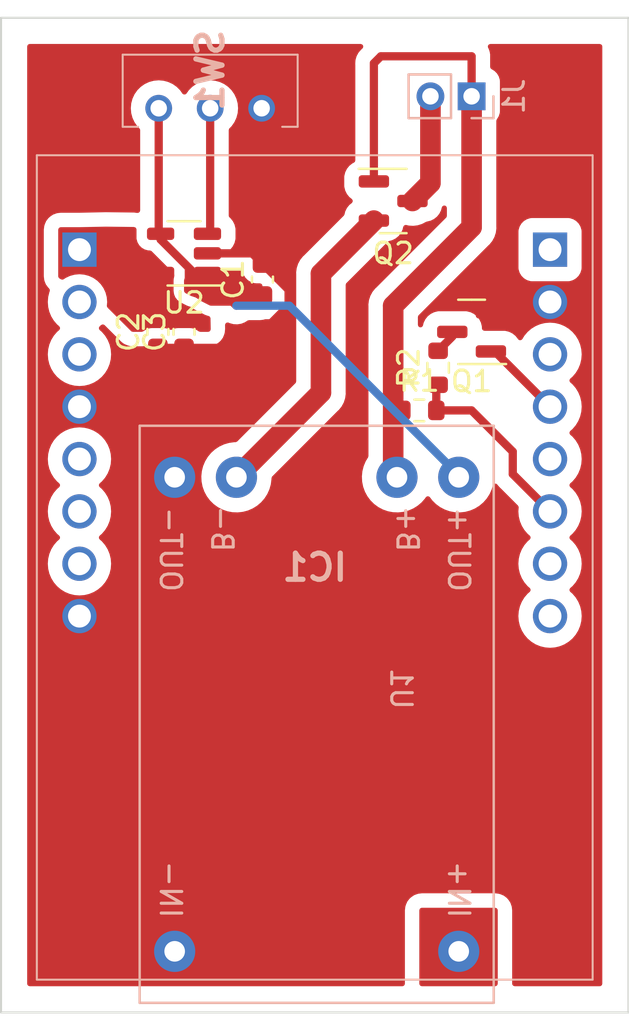
<source format=kicad_pcb>
(kicad_pcb (version 20211014) (generator pcbnew)
  (layers (0 "F.Cu" signal) (31 "B.Cu" signal) (34 "B.Paste" user) (35 "F.Paste" user) (36 "B.SilkS" user "B.Silkscreen") (37 "F.SilkS" user "F.Silkscreen") (38 "B.Mask" user) (39 "F.Mask" user) (44 "Edge.Cuts" user))
  (net 0 "")
  (net 1 "Net-(C1-Pad1)")
  (net 2 "GND")
  (net 3 "+3V3")
  (net 6 "ADC")
  (net 8 "BAT_MONITOR")
  (net 15 "Net-(Q1-Pad3)")
  (net 16 "LiPo+")
  (net 17 "Net-(J1-Pad2)")
  (net 18 "LiPo-")
  (net 21 "+5V")
  (net 22 "Net-(SW1-Pad2)")
  (footprint "Package_TO_SOT_SMD:SOT-23-5" (layer "F.Cu") (at 157.48 58.42 180)
    (fp_text reference "U2" (at 0 -2.4) (layer "F.SilkS"))
    (fp_text value "XC6503D331MR-G")
    (fp_line (start 0 -1.56) (end 0.8 -1.56) (layer "F.SilkS") (width 0.12))
    (fp_line (start 0 1.56) (end -0.8 1.56) (layer "F.SilkS") (width 0.12))
    (fp_line (start 0 -1.56) (end -1.8 -1.56) (layer "F.SilkS") (width 0.12))
    (fp_line (start 0 1.56) (end 0.8 1.56) (layer "F.SilkS") (width 0.12))
    (pad "1" smd roundrect (at -1.1375 -0.95 180) (size 1.325 0.6) (layers "F.Cu" "F.Paste" "F.Mask") (net 1 "Net-(C1-Pad1)"))
    (pad "2" smd roundrect (at -1.1375 0 180) (size 1.325 0.6) (layers "F.Cu" "F.Paste" "F.Mask") (net 2 "GND"))
    (pad "3" smd roundrect (at -1.1375 0.95 180) (size 1.325 0.6) (layers "F.Cu" "F.Paste" "F.Mask") (net 22 "Net-(SW1-Pad2)"))
    (pad "4" smd roundrect (at 1.1375 0.95 180) (size 1.325 0.6) (layers "F.Cu" "F.Paste" "F.Mask"))
    (pad "5" smd roundrect (at 1.1375 -0.95 180) (size 1.325 0.6) (layers "F.Cu" "F.Paste" "F.Mask") (net 3 "+3V3"))
  )
  (footprint "Resistor_SMD:R_0603_1608Metric" (layer "F.Cu") (at 169.823155 63.97217 90)
    (fp_text reference "R2" (at 0 -1.43 90) (layer "F.SilkS"))
    (fp_text value "10k")
    (fp_line (start -0.237258 -0.5225) (end 0.237258 -0.5225) (layer "F.SilkS") (width 0.12))
    (fp_line (start -0.237258 0.5225) (end 0.237258 0.5225) (layer "F.SilkS") (width 0.12))
    (pad "1" smd roundrect (at -0.825 0 90) (size 0.8 0.95) (layers "F.Cu" "F.Paste" "F.Mask") (net 6 "ADC"))
    (pad "2" smd roundrect (at 0.825 0 90) (size 0.8 0.95) (layers "F.Cu" "F.Paste" "F.Mask") (net 15 "Net-(Q1-Pad3)"))
  )
  (footprint "Capacitor_SMD:C_0603_1608Metric" (layer "F.Cu") (at 161.29 59.69 90)
    (fp_text reference "C1" (at 0 -1.43 90) (layer "F.SilkS"))
    (fp_text value "100n")
    (fp_line (start -0.14058 0.51) (end 0.14058 0.51) (layer "F.SilkS") (width 0.12))
    (fp_line (start -0.14058 -0.51) (end 0.14058 -0.51) (layer "F.SilkS") (width 0.12))
    (pad "1" smd roundrect (at -0.775 0 90) (size 0.9 0.95) (layers "F.Cu" "F.Paste" "F.Mask") (net 1 "Net-(C1-Pad1)"))
    (pad "2" smd roundrect (at 0.775 0 90) (size 0.9 0.95) (layers "F.Cu" "F.Paste" "F.Mask") (net 2 "GND"))
  )
  (footprint "Capacitor_SMD:C_0603_1608Metric" (layer "F.Cu") (at 156.21 62.23 90)
    (fp_text reference "C2" (at 0 -1.43 90) (layer "F.SilkS"))
    (fp_text value "100n")
    (fp_line (start -0.14058 -0.51) (end 0.14058 -0.51) (layer "F.SilkS") (width 0.12))
    (fp_line (start -0.14058 0.51) (end 0.14058 0.51) (layer "F.SilkS") (width 0.12))
    (pad "1" smd roundrect (at -0.775 0 90) (size 0.9 0.95) (layers "F.Cu" "F.Paste" "F.Mask") (net 2 "GND"))
    (pad "2" smd roundrect (at 0.775 0 90) (size 0.9 0.95) (layers "F.Cu" "F.Paste" "F.Mask") (net 3 "+3V3"))
  )
  (footprint "Package_TO_SOT_SMD:SOT-23" (layer "F.Cu") (at 171.45 62.23 180)
    (fp_text reference "Q1" (at 0 -2.4) (layer "F.SilkS"))
    (fp_text value "2N7002")
    (fp_line (start 0 1.56) (end 0.65 1.56) (layer "F.SilkS") (width 0.12))
    (fp_line (start 0 1.56) (end -0.65 1.56) (layer "F.SilkS") (width 0.12))
    (fp_line (start 0 -1.56) (end 0.65 -1.56) (layer "F.SilkS") (width 0.12))
    (fp_line (start 0 -1.56) (end -1.675 -1.56) (layer "F.SilkS") (width 0.12))
    (pad "1" smd roundrect (at -0.9375 -0.95 180) (size 1.475 0.6) (layers "F.Cu" "F.Paste" "F.Mask") (net 8 "BAT_MONITOR"))
    (pad "2" smd roundrect (at -0.9375 0.95 180) (size 1.475 0.6) (layers "F.Cu" "F.Paste" "F.Mask") (net 2 "GND"))
    (pad "3" smd roundrect (at 0.9375 0 180) (size 1.475 0.6) (layers "F.Cu" "F.Paste" "F.Mask") (net 15 "Net-(Q1-Pad3)"))
  )
  (footprint "Resistor_SMD:R_0603_1608Metric" (layer "F.Cu") (at 168.91 66.04)
    (fp_text reference "R1" (at 0 -1.43) (layer "F.SilkS"))
    (fp_text value "10k")
    (fp_line (start -0.237258 -0.5225) (end 0.237258 -0.5225) (layer "F.SilkS") (width 0.12))
    (fp_line (start -0.237258 0.5225) (end 0.237258 0.5225) (layer "F.SilkS") (width 0.12))
    (pad "1" smd roundrect (at -0.825 0) (size 0.8 0.95) (layers "F.Cu" "F.Paste" "F.Mask") (net 16 "LiPo+"))
    (pad "2" smd roundrect (at 0.825 0) (size 0.8 0.95) (layers "F.Cu" "F.Paste" "F.Mask") (net 6 "ADC"))
  )
  (footprint "Capacitor_SMD:C_0603_1608Metric" (layer "F.Cu") (at 157.48 62.23 90)
    (fp_text reference "C3" (at 0 -1.43 90) (layer "F.SilkS"))
    (fp_text value "1u")
    (fp_line (start -0.14058 0.51) (end 0.14058 0.51) (layer "F.SilkS") (width 0.12))
    (fp_line (start -0.14058 -0.51) (end 0.14058 -0.51) (layer "F.SilkS") (width 0.12))
    (pad "1" smd roundrect (at -0.775 0 90) (size 0.9 0.95) (layers "F.Cu" "F.Paste" "F.Mask") (net 2 "GND"))
    (pad "2" smd roundrect (at 0.775 0 90) (size 0.9 0.95) (layers "F.Cu" "F.Paste" "F.Mask") (net 3 "+3V3"))
  )
  (footprint "Package_TO_SOT_SMD:SOT-23" (layer "F.Cu") (at 167.64 55.88)
    (fp_text reference "Q2" (at 0 2.54) (layer "F.SilkS"))
    (fp_text value "IRLML0030")
    (fp_line (start 0 -1.56) (end 0.65 -1.56) (layer "F.SilkS") (width 0.12))
    (fp_line (start 0 -1.56) (end -1.675 -1.56) (layer "F.SilkS") (width 0.12))
    (fp_line (start 0 1.56) (end 0.65 1.56) (layer "F.SilkS") (width 0.12))
    (fp_line (start 0 1.56) (end -0.65 1.56) (layer "F.SilkS") (width 0.12))
    (pad "1" smd roundrect (at -0.9375 -0.95) (size 1.475 0.6) (layers "F.Cu" "F.Paste" "F.Mask") (net 16 "LiPo+"))
    (pad "2" smd roundrect (at -0.9375 0.95) (size 1.475 0.6) (layers "F.Cu" "F.Paste" "F.Mask") (net 18 "LiPo-"))
    (pad "3" smd roundrect (at 0.9375 0) (size 1.475 0.6) (layers "F.Cu" "F.Paste" "F.Mask") (net 17 "Net-(J1-Pad2)"))
  )
  (footprint "EG1270:EG1270" (layer "B.Cu") (at 161.25 51.38 -90)
    (fp_text reference "SW1" (at -1.85 2.5 90) (layer "B.SilkS") (effects (font (size 1.27 1.27) (thickness 0.254)) (justify mirror)))
    (fp_text value "SW_SPDT" hide)
    (fp_line (start 0.9 -1) (end 0.9 -1.75) (layer "B.SilkS") (width 0.1))
    (fp_line (start -2.6 6.75) (end 0.9 6.75) (layer "B.SilkS") (width 0.1))
    (fp_line (start 0.9 6.75) (end 0.9 6) (layer "B.SilkS") (width 0.1))
    (fp_line (start 0.9 -1.75) (end -2.6 -1.75) (layer "B.SilkS") (width 0.1))
    (fp_line (start -2.6 -1.75) (end -2.6 6.75) (layer "B.SilkS") (width 0.1))
    (pad "1" thru_hole circle locked (at 0 0 270) (size 1.3 1.3) (drill 0.8) (layers *.Cu *.Mask) (net 2 "GND"))
    (pad "2" thru_hole circle locked (at 0 2.5 270) (size 1.3 1.3) (drill 0.8) (layers *.Cu *.Mask) (net 22 "Net-(SW1-Pad2)"))
    (pad "3" thru_hole circle locked (at 0 5 270) (size 1.3 1.3) (drill 0.8) (layers *.Cu *.Mask) (net 1 "Net-(C1-Pad1)"))
  )
  (footprint "ESP32CAM:ESP32CAM" (layer "B.Cu") (at 175.26 76.02 180)
    (fp_text reference "IC1" (at 11.43 2.36) (layer "B.SilkS") (effects (font (size 1.27 1.27) (thickness 0.254)) (justify mirror)))
    (fp_text value "ESP32-CAM" hide)
    (fp_line (start -2.07 22.36) (end -2.07 -17.64) (layer "B.SilkS") (width 0.1))
    (fp_line (start 24.93 22.36) (end -2.07 22.36) (layer "B.SilkS") (width 0.1))
    (fp_line (start 24.93 -17.64) (end 24.93 22.36) (layer "B.SilkS") (width 0.1))
    (fp_line (start -2.07 -17.64) (end 24.93 -17.64) (layer "B.SilkS") (width 0.1))
    (pad "1" thru_hole circle (at 0 0 180) (size 1.665 1.665) (drill 1.11) (layers *.Cu *.Mask))
    (pad "2" thru_hole circle (at 0 2.54 180) (size 1.665 1.665) (drill 1.11) (layers *.Cu *.Mask))
    (pad "3" thru_hole circle (at 0 5.08 180) (size 1.665 1.665) (drill 1.11) (layers *.Cu *.Mask) (net 6 "ADC"))
    (pad "4" thru_hole circle (at 0 7.62 180) (size 1.665 1.665) (drill 1.11) (layers *.Cu *.Mask))
    (pad "5" thru_hole circle (at 0 10.16 180) (size 1.665 1.665) (drill 1.11) (layers *.Cu *.Mask) (net 8 "BAT_MONITOR"))
    (pad "6" thru_hole circle (at 0 12.7 180) (size 1.665 1.665) (drill 1.11) (layers *.Cu *.Mask))
    (pad "7" thru_hole circle (at 0 15.24 180) (size 1.665 1.665) (drill 1.11) (layers *.Cu *.Mask) (net 2 "GND"))
    (pad "8" thru_hole rect (at 0 17.78 180) (size 1.665 1.665) (drill 1.11) (layers *.Cu *.Mask))
    (pad "9" thru_hole rect (at 22.86 17.78 180) (size 1.665 1.665) (drill 1.11) (layers *.Cu *.Mask) (net 3 "+3V3"))
    (pad "10" thru_hole circle (at 22.86 15.24 180) (size 1.665 1.665) (drill 1.11) (layers *.Cu *.Mask))
    (pad "11" thru_hole circle (at 22.86 12.7 180) (size 1.665 1.665) (drill 1.11) (layers *.Cu *.Mask))
    (pad "12" thru_hole circle (at 22.86 10.16 180) (size 1.665 1.665) (drill 1.11) (layers *.Cu *.Mask) (net 2 "GND"))
    (pad "13" thru_hole circle (at 22.86 7.62 180) (size 1.665 1.665) (drill 1.11) (layers *.Cu *.Mask))
    (pad "14" thru_hole circle (at 22.86 5.08 180) (size 1.665 1.665) (drill 1.11) (layers *.Cu *.Mask))
    (pad "15" thru_hole circle (at 22.86 2.54 180) (size 1.665 1.665) (drill 1.11) (layers *.Cu *.Mask))
    (pad "16" thru_hole circle (at 22.86 0 180) (size 1.665 1.665) (drill 1.11) (layers *.Cu *.Mask) (net 2 "GND"))
  )
  (footprint "TP4056-Module:TP4056-Module" (layer "B.Cu") (at 155.325 94.785 90)
    (fp_text reference "U1" (at 15.24 12.7 270 unlocked) (layer "B.SilkS") (effects (justify mirror)))
    (fp_text value "TP4056-Module")
    (fp_text user "B+" (at 23 13 270 unlocked) (layer "B.SilkS") (effects (justify mirror)))
    (fp_text user "IN+" (at 5.5 15.5 270 unlocked) (layer "B.SilkS") (effects (justify mirror)))
    (fp_text user "OUT-" (at 22 1.5 270 unlocked) (layer "B.SilkS") (effects (justify mirror)))
    (fp_text user "OUT+" (at 22 15.5 270 unlocked) (layer "B.SilkS") (effects (justify mirror)))
    (fp_text user "B-" (at 23 4 270 unlocked) (layer "B.SilkS") (effects (justify mirror)))
    (fp_text user "IN-" (at 5.5 1.5 270 unlocked) (layer "B.SilkS") (effects (justify mirror)))
    (fp_line (start 28 17.2) (end 28 0) (layer "B.SilkS") (width 0.12))
    (fp_line (start 0 17.2) (end 28 17.2) (layer "B.SilkS") (width 0.12))
    (fp_line (start 0 0) (end 28 0) (layer "B.SilkS") (width 0.12))
    (fp_line (start 0 17.2) (end 0 0) (layer "B.SilkS") (width 0.12))
    (pad "1" thru_hole circle (at 2.5 15.5 90) (size 2 2) (drill 1) (layers *.Cu *.Mask) (net 21 "+5V"))
    (pad "2" thru_hole circle (at 2.5 1.7 90) (size 2 2) (drill 1) (layers *.Cu *.Mask) (net 2 "GND"))
    (pad "3" thru_hole circle (at 25.5 1.7 90) (size 2 2) (drill 1) (layers *.Cu *.Mask) (net 2 "GND"))
    (pad "4" thru_hole circle (at 25.5 4.7 90) (size 2 2) (drill 1) (layers *.Cu *.Mask) (net 18 "LiPo-"))
    (pad "5" thru_hole circle (at 25.5 12.5 90) (size 2 2) (drill 1) (layers *.Cu *.Mask) (net 16 "LiPo+"))
    (pad "6" thru_hole circle (at 25.5 15.5 90) (size 2 2) (drill 1) (layers *.Cu *.Mask) (net 1 "Net-(C1-Pad1)"))
  )
  (footprint "Connector_PinHeader_2.00mm:PinHeader_1x02_P2.00mm_Vertical" (layer "B.Cu") (at 171.45 50.8 90)
    (fp_text reference "J1" (at 0 2.06 90) (layer "B.SilkS") (effects (justify mirror)))
    (fp_text value "Conn_01x02")
    (fp_line (start -1.06 -1) (end 1.06 -1) (layer "B.SilkS") (width 0.12))
    (fp_line (start -1.06 1.06) (end 0 1.06) (layer "B.SilkS") (width 0.12))
    (fp_line (start -1.06 -3.06) (end 1.06 -3.06) (layer "B.SilkS") (width 0.12))
    (fp_line (start 1.06 -1) (end 1.06 -3.06) (layer "B.SilkS") (width 0.12))
    (fp_line (start -1.06 0) (end -1.06 1.06) (layer "B.SilkS") (width 0.12))
    (fp_line (start -1.06 -1) (end -1.06 -3.06) (layer "B.SilkS") (width 0.12))
    (pad "1" thru_hole rect (at 0 0 90) (size 1.35 1.35) (drill 0.8) (layers *.Cu *.Mask) (net 16 "LiPo+"))
    (pad "2" thru_hole oval (at 0 -2 90) (size 1.35 1.35) (drill 0.8) (layers *.Cu *.Mask) (net 17 "Net-(J1-Pad2)"))
  )
  (gr_rect (start 148.59 46.99) (end 179.07 95.25) (layer "Edge.Cuts") (width 0.1) (fill none))
  (segment (start 159.7125 60.6525) (end 159.7125 60.465) (width 0.4) (layer "F.Cu") (net 1))
  (segment (start 161.29 60.465) (end 159.7125 60.465) (width 0.4) (layer "F.Cu") (net 1))
  (segment (start 156.3425 57.748131) (end 157.964369 59.37) (width 0.4) (layer "F.Cu") (net 1))
  (segment (start 159.7125 60.465) (end 158.6175 59.37) (width 0.4) (layer "F.Cu") (net 1))
  (segment (start 156.3425 57.47) (end 156.3425 57.748131) (width 0.4) (layer "F.Cu") (net 1))
  (segment (start 160.02 60.96) (end 159.7125 60.6525) (width 0.4) (layer "F.Cu") (net 1))
  (segment (start 157.964369 59.37) (end 158.6175 59.37) (width 0.4) (layer "F.Cu") (net 1))
  (segment (start 156.3425 57.47) (end 156.25 57.3775) (width 0.4) (layer "F.Cu") (net 1))
  (segment (start 156.25 57.3775) (end 156.25 51.38) (width 0.4) (layer "F.Cu") (net 1))
  (via (at 160.02 60.96) (size 0.01) (drill 0.001) (layers "F.Cu" "B.Cu") (net 1))
  (segment (start 170.925 69.285) (end 162.6 60.96) (width 0.4) (layer "B.Cu") (net 1))
  (segment (start 162.6 60.96) (end 160.02 60.96) (width 0.4) (layer "B.Cu") (net 1))
  (segment (start 157.025 75.129121) (end 156.134121 76.02) (width 0.4) (layer "F.Cu") (net 2))
  (segment (start 157.48 63.005) (end 156.21 63.005) (width 0.4) (layer "F.Cu") (net 2))
  (segment (start 156.03 65.86) (end 157.025 66.855) (width 0.4) (layer "F.Cu") (net 2))
  (segment (start 156.21 63.5) (end 156.21 63.005) (width 0.4) (layer "F.Cu") (net 2))
  (segment (start 172.3875 61.28) (end 172.8875 60.78) (width 0.25) (layer "F.Cu") (net 2))
  (segment (start 161.25 58.875) (end 161.29 58.915) (width 0.4) (layer "F.Cu") (net 2))
  (segment (start 161.25 58.875) (end 162.56 60.185) (width 0.4) (layer "F.Cu") (net 2))
  (segment (start 172.8875 60.78) (end 175.26 60.78) (width 0.25) (layer "F.Cu") (net 2))
  (segment (start 157.025 66.855) (end 157.025 69.285) (width 0.4) (layer "F.Cu") (net 2))
  (segment (start 152.4 65.86) (end 153.85 65.86) (width 0.4) (layer "F.Cu") (net 2))
  (segment (start 161.29 58.915) (end 160.795 58.42) (width 0.4) (layer "F.Cu") (net 2))
  (segment (start 162.56 60.96) (end 160.515 63.005) (width 0.4) (layer "F.Cu") (net 2))
  (segment (start 160.515 63.005) (end 157.48 63.005) (width 0.4) (layer "F.Cu") (net 2))
  (segment (start 162.56 60.96) (end 162.56 60.185) (width 0.4) (layer "F.Cu") (net 2))
  (segment (start 161.25 51.38) (end 161.25 58.875) (width 0.4) (layer "F.Cu") (net 2))
  (segment (start 157.025 69.285) (end 157.025 75.129121) (width 0.4) (layer "F.Cu") (net 2))
  (segment (start 156.134121 76.02) (end 152.4 76.02) (width 0.4) (layer "F.Cu") (net 2))
  (segment (start 153.85 65.86) (end 156.21 63.5) (width 0.4) (layer "F.Cu") (net 2))
  (segment (start 160.795 58.42) (end 158.6175 58.42) (width 0.4) (layer "F.Cu") (net 2))
  (segment (start 152.4 65.86) (end 156.03 65.86) (width 0.4) (layer "F.Cu") (net 2))
  (segment (start 156.3425 61.3225) (end 156.21 61.455) (width 0.4) (layer "F.Cu") (net 3))
  (segment (start 157.48 61.455) (end 156.21 61.455) (width 0.4) (layer "F.Cu") (net 3))
  (segment (start 155.2125 58.24) (end 152.4 58.24) (width 0.4) (layer "F.Cu") (net 3))
  (segment (start 156.3425 59.37) (end 155.2125 58.24) (width 0.4) (layer "F.Cu") (net 3))
  (segment (start 156.3425 59.37) (end 156.3425 61.3225) (width 0.4) (layer "F.Cu") (net 3))
  (segment (start 169.735 66.04) (end 171.45 66.04) (width 0.4) (layer "F.Cu") (net 6))
  (segment (start 171.45 66.04) (end 173.449653 68.039653) (width 0.4) (layer "F.Cu") (net 6))
  (segment (start 173.449653 68.039653) (end 173.449653 69.129653) (width 0.4) (layer "F.Cu") (net 6))
  (segment (start 169.735 66.04) (end 169.735 64.885325) (width 0.4) (layer "F.Cu") (net 6))
  (segment (start 173.449653 69.129653) (end 175.26 70.94) (width 0.4) (layer "F.Cu") (net 6))
  (segment (start 172.58 63.18) (end 175.26 65.86) (width 0.4) (layer "F.Cu") (net 8))
  (segment (start 172.3875 63.18) (end 172.58 63.18) (width 0.25) (layer "F.Cu") (net 8))
  (segment (start 170.5125 62.457825) (end 169.823155 63.14717) (width 0.4) (layer "F.Cu") (net 15))
  (segment (start 170.5125 62.23) (end 170.5125 62.457825) (width 0.25) (layer "F.Cu") (net 15))
  (segment (start 166.7025 49.1975) (end 166.7025 54.93) (width 0.4) (layer "F.Cu") (net 16))
  (segment (start 167.041208 48.858792) (end 166.7025 49.1975) (width 0.4) (layer "F.Cu") (net 16))
  (segment (start 167.825 69.285) (end 167.825 68.765) (width 1) (layer "F.Cu") (net 16))
  (segment (start 167.825 68.765) (end 167.64 68.58) (width 1) (layer "F.Cu") (net 16))
  (segment (start 171.45 48.858792) (end 167.041208 48.858792) (width 0.4) (layer "F.Cu") (net 16))
  (segment (start 171.45 57.15) (end 167.64 60.96) (width 1) (layer "F.Cu") (net 16))
  (segment (start 171.45 50.8) (end 171.45 48.858792) (width 0.4) (layer "F.Cu") (net 16))
  (segment (start 171.45 50.8) (end 171.45 57.15) (width 1) (layer "F.Cu") (net 16))
  (segment (start 167.64 68.58) (end 167.64 60.96) (width 1) (layer "F.Cu") (net 16))
  (segment (start 169.45 50.8) (end 169.45 55.0075) (width 1) (layer "F.Cu") (net 17))
  (segment (start 169.45 55.0075) (end 168.5775 55.88) (width 1) (layer "F.Cu") (net 17))
  (segment (start 164.13067 59.40183) (end 164.13067 65.17933) (width 1) (layer "F.Cu") (net 18))
  (segment (start 166.7025 56.83) (end 164.13067 59.40183) (width 1) (layer "F.Cu") (net 18))
  (segment (start 164.13067 65.17933) (end 160.025 69.285) (width 1) (layer "F.Cu") (net 18))
  (segment (start 158.75 51.38) (end 158.75 57.3375) (width 0.4) (layer "F.Cu") (net 22))
  (segment (start 158.75 57.3375) (end 158.6175 57.47) (width 0.4) (layer "F.Cu") (net 22))
  (zone (net 21) (net_name "+5V") (layer "F.Cu") (name "+5V") (priority 1) (connect_pads yes (clearance 0.508)) (min_thickness 0.254) (fill yes (thermal_gap 0.508) (thermal_bridge_width 0.508))
    (polygon (pts (xy 172.72 93.98) (xy 168.91 93.98) (xy 168.91 90.17) (xy 172.72 90.17)))
  )
  (zone (net 2) (net_name "GND") (layer "F.Cu") (name "GND") (connect_pads yes (clearance 0.7)) (min_thickness 0.254) (fill yes (thermal_gap 0.508) (thermal_bridge_width 0.508))
    (polygon (pts (xy 177.8 93.98) (xy 149.86 93.98) (xy 149.86 48.26) (xy 177.8 48.26)))
  )
  (zone (net 3) (net_name "+3V3") (layer "F.Cu") (name "GND") (priority 1) (connect_pads yes (clearance 0.508)) (min_thickness 0.254) (fill yes (thermal_gap 0.127) (thermal_bridge_width 0.508))
    (polygon (pts (xy 152.4 57.15) (xy 153.675701 57.12408) (xy 155.94441 57.15) (xy 157.48 58.42) (xy 158.75 60.571725) (xy 158.77782 62.23) (xy 154.943801 62.23) (xy 153.67 60.96) (xy 151.367768 59.601989) (xy 151.367768 57.149999)))
  )
  (zone (net 1) (net_name "Net-(C1-Pad1)") (layer "F.Cu") (name "JMP") (priority 2) (connect_pads yes (clearance 0.508)) (min_thickness 0.254) (fill yes (thermal_gap 0.508) (thermal_bridge_width 0.508))
    (polygon (pts (xy 161.29 59.69) (xy 161.29 60.96) (xy 158.75 60.96) (xy 157.48 60.31274) (xy 157.48 58.42) (xy 159.022692 58.42)))
  )
)
</source>
